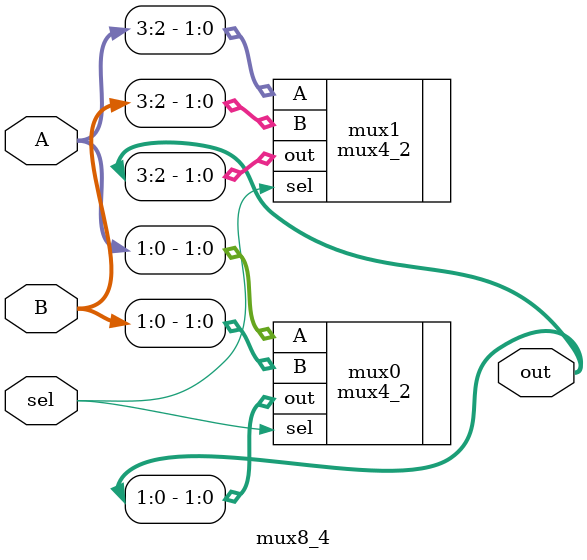
<source format=v>
module mux8_4 (A, B, sel, out);

    input [3:0] A;
    input [3:0] B;
    input sel;
    
    output [3:0] out;
    
    mux4_2 mux0 (.A(A[1:0]), .B(B[1:0]), .sel(sel), .out(out[1:0]));
    mux4_2 mux1 (.A(A[3:2]), .B(B[3:2]), .sel(sel), .out(out[3:2]));

endmodule

</source>
